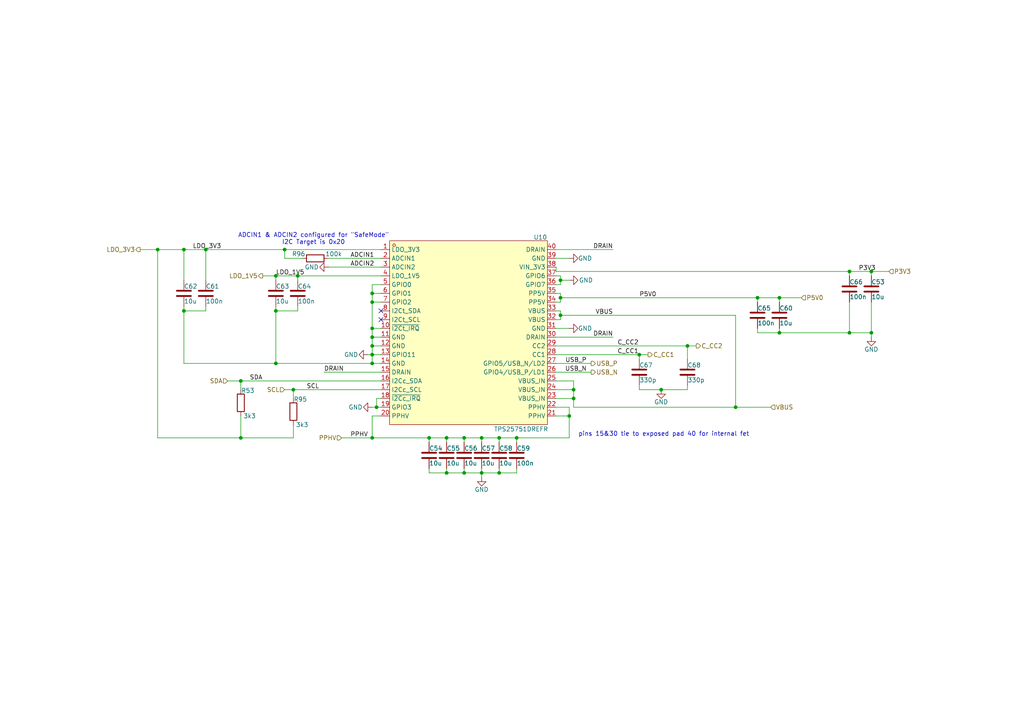
<source format=kicad_sch>
(kicad_sch (version 20250114) (generator "eeschema") (generator_version "9.0")
  (paper "A4")
  (lib_symbols
    (symbol "Device:C" (pin_numbers (hide yes)) (pin_names (offset 0.254))
      (property "Reference" "C" (at 0.635 2.54 0))
      (property "Value" "C" (at 0.635 -2.54 0))
      (symbol "C_0_1"
        (polyline (pts (xy -2.032 0.762) (xy 2.032 0.762)) (stroke (width 0.508)))
        (polyline (pts (xy -2.032 -0.762) (xy 2.032 -0.762)) (stroke (width 0.508)))
      )
      (symbol "C_1_1"
        (pin passive line (at 0 3.81 270) (length 2.794) (name "~") (number "1"))
        (pin passive line (at 0 -3.81 90) (length 2.794) (name "~") (number "2"))
      )
    )
    (symbol "Device:R" (pin_numbers (hide yes)) (pin_names (offset 0))
      (property "Reference" "R" (at 2.032 0 90))
      (property "Value" "R" (at 0 0 90))
      (symbol "R_0_1"
        (rectangle (start -1.016 -2.54) (end 1.016 2.54) (stroke (width 0.254)))
      )
      (symbol "R_1_1"
        (pin passive line (at 0 3.81 270) (length 1.27) (name "~") (number "1"))
        (pin passive line (at 0 -3.81 90) (length 1.27) (name "~") (number "2"))
      )
    )
    (symbol "TPS25751DREFR:TPS25751DREFR"
      (property "Reference" "U" (at 0 29.21 0))
      (property "Value" "TPS25751DREFR" (at 0 -29.21 0))
      (symbol "TPS25751DREFR_0_1"
        (rectangle (start -22.86 26.67) (end 22.86 -26.67) (fill (type background)))
        (circle (center -21.59 25.4) (radius 0.38))
        (pin unspecified line (at -25.4 24.13 0) (length 2.54) (name "LDO_3V3") (number "1"))
        (pin unspecified line (at -25.4 21.59 0) (length 2.54) (name "ADCIN1") (number "2"))
        (pin unspecified line (at -25.4 19.05 0) (length 2.54) (name "ADCIN2") (number "3"))
        (pin unspecified line (at -25.4 16.51 0) (length 2.54) (name "LDO_1V5") (number "4"))
        (pin unspecified line (at -25.4 13.97 0) (length 2.54) (name "GPIO0") (number "5"))
        (pin unspecified line (at -25.4 11.43 0) (length 2.54) (name "GPIO1") (number "6"))
        (pin unspecified line (at -25.4 8.89 0) (length 2.54) (name "GPIO2") (number "7"))
        (pin unspecified line (at -25.4 6.35 0) (length 2.54) (name "I2Ct_SDA") (number "8"))
        (pin unspecified line (at -25.4 3.81 0) (length 2.54) (name "I2Ct_SCL") (number "9"))
        (pin unspecified line (at -25.4 1.27 0) (length 2.54) (name "~{I2Ct_IRQ}") (number "10"))
        (pin unspecified line (at -25.4 -1.27 0) (length 2.54) (name "GND") (number "11"))
        (pin unspecified line (at -25.4 -3.81 0) (length 2.54) (name "GND") (number "12"))
        (pin unspecified line (at -25.4 -6.35 0) (length 2.54) (name "GPIO11") (number "13"))
        (pin unspecified line (at -25.4 -8.89 0) (length 2.54) (name "GND") (number "14"))
        (pin unspecified line (at -25.4 -11.43 0) (length 2.54) (name "DRAIN") (number "15"))
        (pin unspecified line (at -25.4 -13.97 0) (length 2.54) (name "I2Cc_SDA") (number "16"))
        (pin unspecified line (at -25.4 -16.51 0) (length 2.54) (name "I2Cc_SCL") (number "17"))
        (pin unspecified line (at -25.4 -19.05 0) (length 2.54) (name "~{I2Cc_IRQ}") (number "18"))
        (pin unspecified line (at -25.4 -21.59 0) (length 2.54) (name "GPIO3") (number "19"))
        (pin unspecified line (at 25.4 24.13 180) (length 2.54) (name "DRAIN") (number "40"))
        (pin unspecified line (at 25.4 21.59 180) (length 2.54) (name "GND") (number "39"))
        (pin unspecified line (at 25.4 19.05 180) (length 2.54) (name "VIN_3V3") (number "38"))
        (pin unspecified line (at 25.4 16.51 180) (length 2.54) (name "GPIO6") (number "37"))
        (pin unspecified line (at 25.4 13.97 180) (length 2.54) (name "GPIO7") (number "36"))
        (pin unspecified line (at 25.4 8.89 180) (length 2.54) (name "PP5V") (number "34"))
        (pin unspecified line (at 25.4 3.81 180) (length 2.54) (name "VBUS") (number "32"))
        (pin unspecified line (at 25.4 1.27 180) (length 2.54) (name "GND") (number "31"))
        (pin unspecified line (at 25.4 -1.27 180) (length 2.54) (name "DRAIN") (number "30"))
        (pin unspecified line (at 25.4 -3.81 180) (length 2.54) (name "CC2") (number "29"))
        (pin unspecified line (at 25.4 -6.35 180) (length 2.54) (name "CC1") (number "28"))
        (pin unspecified line (at 25.4 -8.89 180) (length 2.54) (name "GPIO5/USB_N/LD2") (number "27"))
        (pin unspecified line (at 25.4 -11.43 180) (length 2.54) (name "GPIO4/USB_P/LD1") (number "26"))
        (pin unspecified line (at 25.4 -24.13 180) (length 2.54) (name "PPHV") (number "21"))
      )
      (symbol "TPS25751DREFR_1_1"
        (pin unspecified line (at -25.4 -24.13 0) (length 2.54) (name "PPHV") (number "20"))
        (pin unspecified line (at 25.4 11.43 180) (length 2.54) (name "PP5V") (number "35"))
        (pin unspecified line (at 25.4 6.35 180) (length 2.54) (name "VBUS") (number "33"))
        (pin unspecified line (at 25.4 -13.97 180) (length 2.54) (name "VBUS_IN") (number "25"))
        (pin unspecified line (at 25.4 -16.51 180) (length 2.54) (name "VBUS_IN") (number "24"))
        (pin unspecified line (at 25.4 -19.05 180) (length 2.54) (name "VBUS_IN") (number "23"))
        (pin unspecified line (at 25.4 -21.59 180) (length 2.54) (name "PPHV") (number "22"))
      )
    )
    (symbol "power:GND" (power) (pin_numbers (hide yes)) (pin_names (offset 0) (hide yes))
      (property "Value" "GND" (at 0 -3.81 0))
      (symbol "GND_0_1"
        (polyline (pts (xy 0 0) (xy 0 -1.27) (xy 1.27 -1.27) (xy 0 -2.54) (xy -1.27 -1.27) (xy 0 -1.27)))
      )
      (symbol "GND_1_1"
        (pin power_in line (at 0 0 270) (length 0) (name "~") (number "1"))
      )
    )
  )
  (text "pins 15&30 tie to exposed pad 40 for internal fet" (at 192.532 125.984 0) (effects (font (size 1.27 1.27))))
  (text "ADCIN1 & ADCIN2 configured for \"SafeMode\"\nI2C Target is 0x20" (at 90.932 69.342 0) (effects (font (size 1.27 1.27))))
  (junction (at 166.37 113.03))
  (junction (at 185.42 102.87))
  (junction (at 199.39 100.33))
  (junction (at 109.22 118.11))
  (junction (at 53.34 90.17))
  (junction (at 165.1 120.65))
  (junction (at 144.78 137.16))
  (junction (at 86.36 80.01))
  (junction (at 129.54 137.16))
  (junction (at 85.09 113.03))
  (junction (at 246.38 96.52))
  (junction (at 45.72 72.39))
  (junction (at 252.73 78.74))
  (junction (at 107.95 97.79))
  (junction (at 139.7 137.16))
  (junction (at 246.38 78.74))
  (junction (at 107.95 87.63))
  (junction (at 80.01 105.41))
  (junction (at 139.7 127))
  (junction (at 82.55 72.39))
  (junction (at 213.36 118.11))
  (junction (at 162.56 91.44))
  (junction (at 80.01 90.17))
  (junction (at 191.77 113.03))
  (junction (at 162.56 86.36))
  (junction (at 69.85 110.49))
  (junction (at 252.73 96.52))
  (junction (at 80.01 80.01))
  (junction (at 149.86 127))
  (junction (at 107.95 105.41))
  (junction (at 134.62 137.16))
  (junction (at 129.54 127))
  (junction (at 107.95 100.33))
  (junction (at 124.46 127))
  (junction (at 107.95 95.25))
  (junction (at 134.62 127))
  (junction (at 162.56 81.28))
  (junction (at 107.95 127))
  (junction (at 59.69 72.39))
  (junction (at 107.95 85.09))
  (junction (at 144.78 127))
  (junction (at 107.95 102.87))
  (junction (at 166.37 115.57))
  (junction (at 226.06 96.52))
  (junction (at 219.71 86.36))
  (junction (at 226.06 86.36))
  (junction (at 53.34 72.39))
  (junction (at 69.85 127))
  (no_connect (at 110.49 90.17))
  (no_connect (at 110.49 92.71))
  (wire (pts (xy 165.1 120.65) (xy 165.1 118.11)))
  (wire (pts (xy 106.68 102.87) (xy 107.95 102.87)))
  (wire (pts (xy 59.69 88.9) (xy 59.69 90.17)))
  (wire (pts (xy 246.38 96.52) (xy 226.06 96.52)))
  (wire (pts (xy 110.49 87.63) (xy 107.95 87.63)))
  (wire (pts (xy 85.09 113.03) (xy 110.49 113.03)))
  (wire (pts (xy 149.86 135.89) (xy 149.86 137.16)))
  (wire (pts (xy 246.38 96.52) (xy 252.73 96.52)))
  (wire (pts (xy 161.29 95.25) (xy 165.1 95.25)))
  (wire (pts (xy 219.71 86.36) (xy 219.71 87.63)))
  (wire (pts (xy 219.71 95.25) (xy 219.71 96.52)))
  (wire (pts (xy 162.56 86.36) (xy 162.56 87.63)))
  (wire (pts (xy 161.29 82.55) (xy 162.56 82.55)))
  (wire (pts (xy 161.29 78.74) (xy 246.38 78.74)))
  (wire (pts (xy 99.06 127) (xy 107.95 127)))
  (wire (pts (xy 124.46 137.16) (xy 129.54 137.16)))
  (wire (pts (xy 134.62 135.89) (xy 134.62 137.16)))
  (wire (pts (xy 110.49 97.79) (xy 107.95 97.79)))
  (wire (pts (xy 134.62 127) (xy 139.7 127)))
  (wire (pts (xy 162.56 92.71) (xy 162.56 91.44)))
  (wire (pts (xy 107.95 100.33) (xy 110.49 100.33)))
  (wire (pts (xy 53.34 88.9) (xy 53.34 90.17)))
  (wire (pts (xy 149.86 137.16) (xy 144.78 137.16)))
  (wire (pts (xy 85.09 123.19) (xy 85.09 127)))
  (wire (pts (xy 110.49 115.57) (xy 109.22 115.57)))
  (wire (pts (xy 161.29 102.87) (xy 185.42 102.87)))
  (wire (pts (xy 191.77 113.03) (xy 199.39 113.03)))
  (wire (pts (xy 219.71 86.36) (xy 226.06 86.36)))
  (wire (pts (xy 107.95 85.09) (xy 107.95 82.55)))
  (wire (pts (xy 95.25 74.93) (xy 110.49 74.93)))
  (wire (pts (xy 129.54 135.89) (xy 129.54 137.16)))
  (wire (pts (xy 161.29 74.93) (xy 165.1 74.93)))
  (wire (pts (xy 129.54 127) (xy 134.62 127)))
  (wire (pts (xy 226.06 86.36) (xy 232.41 86.36)))
  (wire (pts (xy 213.36 118.11) (xy 223.52 118.11)))
  (wire (pts (xy 246.38 78.74) (xy 246.38 80.01)))
  (wire (pts (xy 82.55 113.03) (xy 85.09 113.03)))
  (wire (pts (xy 80.01 80.01) (xy 86.36 80.01)))
  (wire (pts (xy 82.55 72.39) (xy 110.49 72.39)))
  (wire (pts (xy 185.42 102.87) (xy 187.96 102.87)))
  (wire (pts (xy 107.95 102.87) (xy 110.49 102.87)))
  (wire (pts (xy 124.46 127) (xy 129.54 127)))
  (wire (pts (xy 53.34 105.41) (xy 80.01 105.41)))
  (wire (pts (xy 185.42 111.76) (xy 185.42 113.03)))
  (wire (pts (xy 185.42 102.87) (xy 185.42 104.14)))
  (wire (pts (xy 53.34 90.17) (xy 53.34 105.41)))
  (wire (pts (xy 59.69 72.39) (xy 82.55 72.39)))
  (wire (pts (xy 80.01 90.17) (xy 80.01 105.41)))
  (wire (pts (xy 149.86 127) (xy 165.1 127)))
  (wire (pts (xy 246.38 87.63) (xy 246.38 96.52)))
  (wire (pts (xy 252.73 87.63) (xy 252.73 96.52)))
  (wire (pts (xy 124.46 127) (xy 124.46 128.27)))
  (wire (pts (xy 144.78 127) (xy 144.78 128.27)))
  (wire (pts (xy 162.56 80.01) (xy 162.56 81.28)))
  (wire (pts (xy 107.95 82.55) (xy 110.49 82.55)))
  (wire (pts (xy 86.36 88.9) (xy 86.36 90.17)))
  (wire (pts (xy 162.56 81.28) (xy 165.1 81.28)))
  (wire (pts (xy 246.38 78.74) (xy 252.73 78.74)))
  (wire (pts (xy 226.06 86.36) (xy 226.06 87.63)))
  (wire (pts (xy 40.64 72.39) (xy 45.72 72.39)))
  (wire (pts (xy 161.29 107.95) (xy 171.45 107.95)))
  (wire (pts (xy 110.49 85.09) (xy 107.95 85.09)))
  (wire (pts (xy 134.62 127) (xy 134.62 128.27)))
  (wire (pts (xy 45.72 127) (xy 45.72 72.39)))
  (wire (pts (xy 107.95 105.41) (xy 107.95 102.87)))
  (wire (pts (xy 161.29 87.63) (xy 162.56 87.63)))
  (wire (pts (xy 129.54 137.16) (xy 134.62 137.16)))
  (wire (pts (xy 66.04 110.49) (xy 69.85 110.49)))
  (wire (pts (xy 162.56 85.09) (xy 162.56 86.36)))
  (wire (pts (xy 45.72 72.39) (xy 53.34 72.39)))
  (wire (pts (xy 252.73 97.79) (xy 252.73 96.52)))
  (wire (pts (xy 199.39 100.33) (xy 201.93 100.33)))
  (wire (pts (xy 139.7 127) (xy 144.78 127)))
  (wire (pts (xy 69.85 127) (xy 45.72 127)))
  (wire (pts (xy 161.29 120.65) (xy 165.1 120.65)))
  (wire (pts (xy 199.39 111.76) (xy 199.39 113.03)))
  (wire (pts (xy 166.37 110.49) (xy 166.37 113.03)))
  (wire (pts (xy 80.01 81.28) (xy 80.01 80.01)))
  (wire (pts (xy 124.46 135.89) (xy 124.46 137.16)))
  (wire (pts (xy 162.56 81.28) (xy 162.56 82.55)))
  (wire (pts (xy 129.54 127) (xy 129.54 128.27)))
  (wire (pts (xy 161.29 72.39) (xy 177.8 72.39)))
  (wire (pts (xy 110.49 107.95) (xy 93.98 107.95)))
  (wire (pts (xy 107.95 97.79) (xy 107.95 100.33)))
  (wire (pts (xy 80.01 105.41) (xy 107.95 105.41)))
  (wire (pts (xy 107.95 87.63) (xy 107.95 95.25)))
  (wire (pts (xy 161.29 90.17) (xy 162.56 90.17)))
  (wire (pts (xy 139.7 137.16) (xy 139.7 135.89)))
  (wire (pts (xy 107.95 87.63) (xy 107.95 85.09)))
  (wire (pts (xy 109.22 115.57) (xy 109.22 118.11)))
  (wire (pts (xy 110.49 105.41) (xy 107.95 105.41)))
  (wire (pts (xy 166.37 118.11) (xy 213.36 118.11)))
  (wire (pts (xy 161.29 97.79) (xy 177.8 97.79)))
  (wire (pts (xy 165.1 127) (xy 165.1 120.65)))
  (wire (pts (xy 144.78 137.16) (xy 139.7 137.16)))
  (wire (pts (xy 110.49 120.65) (xy 107.95 120.65)))
  (wire (pts (xy 76.2 80.01) (xy 80.01 80.01)))
  (wire (pts (xy 85.09 127) (xy 69.85 127)))
  (wire (pts (xy 144.78 127) (xy 149.86 127)))
  (wire (pts (xy 226.06 95.25) (xy 226.06 96.52)))
  (wire (pts (xy 149.86 127) (xy 149.86 128.27)))
  (wire (pts (xy 107.95 95.25) (xy 107.95 97.79)))
  (wire (pts (xy 86.36 81.28) (xy 86.36 80.01)))
  (wire (pts (xy 134.62 137.16) (xy 139.7 137.16)))
  (wire (pts (xy 161.29 85.09) (xy 162.56 85.09)))
  (wire (pts (xy 161.29 110.49) (xy 166.37 110.49)))
  (wire (pts (xy 252.73 78.74) (xy 252.73 80.01)))
  (wire (pts (xy 162.56 91.44) (xy 213.36 91.44)))
  (wire (pts (xy 139.7 137.16) (xy 139.7 138.43)))
  (wire (pts (xy 161.29 78.74) (xy 161.29 77.47)))
  (wire (pts (xy 85.09 113.03) (xy 85.09 115.57)))
  (wire (pts (xy 69.85 110.49) (xy 69.85 113.03)))
  (wire (pts (xy 144.78 135.89) (xy 144.78 137.16)))
  (wire (pts (xy 82.55 74.93) (xy 82.55 72.39)))
  (wire (pts (xy 161.29 100.33) (xy 199.39 100.33)))
  (wire (pts (xy 69.85 110.49) (xy 110.49 110.49)))
  (wire (pts (xy 185.42 113.03) (xy 191.77 113.03)))
  (wire (pts (xy 162.56 91.44) (xy 162.56 90.17)))
  (wire (pts (xy 80.01 88.9) (xy 80.01 90.17)))
  (wire (pts (xy 87.63 74.93) (xy 82.55 74.93)))
  (wire (pts (xy 110.49 95.25) (xy 107.95 95.25)))
  (wire (pts (xy 107.95 120.65) (xy 107.95 127)))
  (wire (pts (xy 59.69 81.28) (xy 59.69 72.39)))
  (wire (pts (xy 161.29 92.71) (xy 162.56 92.71)))
  (wire (pts (xy 107.95 118.11) (xy 109.22 118.11)))
  (wire (pts (xy 107.95 100.33) (xy 107.95 102.87)))
  (wire (pts (xy 161.29 80.01) (xy 162.56 80.01)))
  (wire (pts (xy 219.71 96.52) (xy 226.06 96.52)))
  (wire (pts (xy 53.34 90.17) (xy 59.69 90.17)))
  (wire (pts (xy 166.37 118.11) (xy 166.37 115.57)))
  (wire (pts (xy 86.36 80.01) (xy 110.49 80.01)))
  (wire (pts (xy 252.73 78.74) (xy 257.81 78.74)))
  (wire (pts (xy 53.34 72.39) (xy 59.69 72.39)))
  (wire (pts (xy 69.85 127) (xy 69.85 120.65)))
  (wire (pts (xy 107.95 127) (xy 124.46 127)))
  (wire (pts (xy 161.29 118.11) (xy 165.1 118.11)))
  (wire (pts (xy 95.25 77.47) (xy 110.49 77.47)))
  (wire (pts (xy 162.56 86.36) (xy 219.71 86.36)))
  (wire (pts (xy 53.34 81.28) (xy 53.34 72.39)))
  (wire (pts (xy 161.29 115.57) (xy 166.37 115.57)))
  (wire (pts (xy 199.39 104.14) (xy 199.39 100.33)))
  (wire (pts (xy 161.29 105.41) (xy 171.45 105.41)))
  (wire (pts (xy 86.36 90.17) (xy 80.01 90.17)))
  (wire (pts (xy 139.7 127) (xy 139.7 128.27)))
  (wire (pts (xy 161.29 113.03) (xy 166.37 113.03)))
  (wire (pts (xy 109.22 118.11) (xy 110.49 118.11)))
  (wire (pts (xy 213.36 91.44) (xy 213.36 118.11)))
  (wire (pts (xy 166.37 113.03) (xy 166.37 115.57)))
  (label "ADCIN1" (at 101.6 74.93 0))
  (label "P5V0" (at 185.42 86.36 0))
  (label "LDO_3V3" (at 55.88 72.39 0))
  (label "DRAIN" (at 177.8 97.79 180))
  (label "P3V3" (at 254 78.74 180))
  (label "ADCIN2" (at 101.6 77.47 0))
  (label "SCL" (at 88.9 113.03 0))
  (label "USB_N" (at 170.18 107.95 180))
  (label "USB_P" (at 170.18 105.41 180))
  (label "C_CC1" (at 179.07 102.87 0))
  (label "DRAIN" (at 177.8 72.39 180))
  (label "DRAIN" (at 93.98 107.95 0))
  (label "LDO_1V5" (at 80.01 80.01 0))
  (label "PPHV" (at 101.6 127 0))
  (label "C_CC2" (at 179.07 100.33 0))
  (label "SDA" (at 72.39 110.49 0))
  (label "VBUS" (at 177.8 91.44 180))
  (hierarchical_label "P3V3" (shape input) (at 257.81 78.74 0))
  (hierarchical_label "LDO_1V5" (shape output) (at 76.2 80.01 180))
  (hierarchical_label "C_CC2" (shape output) (at 201.93 100.33 0))
  (hierarchical_label "LDO_3V3" (shape output) (at 40.64 72.39 180))
  (hierarchical_label "P5V0" (shape input) (at 232.41 86.36 0))
  (hierarchical_label "VBUS" (shape input) (at 223.52 118.11 0))
  (hierarchical_label "SDA" (shape input) (at 66.04 110.49 180))
  (hierarchical_label "SCL" (shape input) (at 82.55 113.03 180))
  (hierarchical_label "C_CC1" (shape output) (at 187.96 102.87 0))
  (hierarchical_label "USB_P" (shape output) (at 171.45 105.41 0))
  (hierarchical_label "PPHV" (shape input) (at 99.06 127 180))
  (hierarchical_label "USB_N" (shape output) (at 171.45 107.95 0))
  (symbol (lib_id "power:GND") (at 165.1 81.28 90) (unit 1)
    (property "Reference" "#PWR036" (effects (hide yes)))
    (property "Value" "GND" (at 167.894 81.28 90) (effects (justify right)))
    (property "Description" "Power symbol creates a global label with name \"GND\" , ground" (effects (hide yes)))
  )
  (symbol (lib_id "Device:C") (at 134.62 132.08 0) (unit 1)
    (property "Reference" "C56" (at 134.62 130.048 0) (effects (justify left)))
    (property "Value" "10u" (at 134.62 134.366 0) (effects (justify left)))
    (property "Description" "Unpolarized capacitor" (effects (hide yes)))
  )
  (symbol (lib_id "power:GND") (at 165.1 95.25 90) (unit 1)
    (property "Reference" "#PWR038" (effects (hide yes)))
    (property "Value" "GND" (at 167.64 95.25 90) (effects (justify right)))
    (property "Description" "Power symbol creates a global label with name \"GND\" , ground" (effects (hide yes)))
  )
  (symbol (lib_id "Device:C") (at 59.69 85.09 0) (unit 1)
    (property "Reference" "C61" (at 59.69 83.058 0) (effects (justify left)))
    (property "Value" "100n" (at 59.69 87.376 0) (effects (justify left)))
    (property "Description" "Unpolarized capacitor" (effects (hide yes)))
  )
  (symbol (lib_id "Device:C") (at 129.54 132.08 0) (unit 1)
    (property "Reference" "C55" (at 129.54 130.048 0) (effects (justify left)))
    (property "Value" "10u" (at 129.54 134.366 0) (effects (justify left)))
    (property "Description" "Unpolarized capacitor" (effects (hide yes)))
  )
  (symbol (lib_id "Device:C") (at 226.06 91.44 0) (unit 1)
    (property "Reference" "C60" (at 226.06 89.408 0) (effects (justify left)))
    (property "Value" "10u" (at 226.06 93.726 0) (effects (justify left)))
    (property "Description" "Unpolarized capacitor" (effects (hide yes)))
  )
  (symbol (lib_id "power:GND") (at 165.1 74.93 90) (unit 1)
    (property "Reference" "#PWR039" (effects (hide yes)))
    (property "Value" "GND" (at 167.64 74.93 90) (effects (justify right)))
    (property "Description" "Power symbol creates a global label with name \"GND\" , ground" (effects (hide yes)))
  )
  (symbol (lib_id "Device:C") (at 199.39 107.95 0) (unit 1)
    (property "Reference" "C68" (at 199.39 105.918 0) (effects (justify left)))
    (property "Value" "330p" (at 199.39 110.236 0) (effects (justify left)))
    (property "Description" "Unpolarized capacitor" (effects (hide yes)))
  )
  (symbol (lib_id "Device:R") (at 85.09 119.38 0) (mirror y) (unit 1)
    (property "Reference" "R95" (at 87.122 115.824 0))
    (property "Value" "3k3" (at 87.63 123.19 0))
    (property "Description" "Resistor" (effects (hide yes)))
  )
  (symbol (lib_id "power:GND") (at 106.68 102.87 270) (unit 1)
    (property "Reference" "#PWR037" (effects (hide yes)))
    (property "Value" "GND" (at 103.886 102.87 90) (effects (justify right)))
    (property "Description" "Power symbol creates a global label with name \"GND\" , ground" (effects (hide yes)))
  )
  (symbol (lib_id "power:GND") (at 95.25 77.47 270) (unit 1)
    (property "Reference" "#PWR035" (effects (hide yes)))
    (property "Value" "GND" (at 92.456 77.47 90) (effects (justify right)))
    (property "Description" "Power symbol creates a global label with name \"GND\" , ground" (effects (hide yes)))
  )
  (symbol (lib_id "power:GND") (at 107.95 118.11 270) (unit 1)
    (property "Reference" "#PWR043" (effects (hide yes)))
    (property "Value" "GND" (at 105.156 118.11 90) (effects (justify right)))
    (property "Description" "Power symbol creates a global label with name \"GND\" , ground" (effects (hide yes)))
  )
  (symbol (lib_id "Device:C") (at 144.78 132.08 0) (unit 1)
    (property "Reference" "C58" (at 144.78 130.048 0) (effects (justify left)))
    (property "Value" "10u" (at 144.78 134.366 0) (effects (justify left)))
    (property "Description" "Unpolarized capacitor" (effects (hide yes)))
  )
  (symbol (lib_id "Device:R") (at 91.44 74.93 90) (unit 1)
    (property "Reference" "R96" (at 86.614 73.66 90))
    (property "Value" "100k" (at 96.774 73.66 90))
    (property "Description" "Resistor" (effects (hide yes)))
  )
  (symbol (lib_id "Device:C") (at 185.42 107.95 0) (unit 1)
    (property "Reference" "C67" (at 185.42 105.918 0) (effects (justify left)))
    (property "Value" "330p" (at 185.42 110.236 0) (effects (justify left)))
    (property "Description" "Unpolarized capacitor" (effects (hide yes)))
  )
  (symbol (lib_id "Device:C") (at 124.46 132.08 0) (unit 1)
    (property "Reference" "C54" (at 124.46 130.048 0) (effects (justify left)))
    (property "Value" "10u" (at 124.46 134.366 0) (effects (justify left)))
    (property "Description" "Unpolarized capacitor" (effects (hide yes)))
  )
  (symbol (lib_id "Device:C") (at 53.34 85.09 0) (unit 1)
    (property "Reference" "C62" (at 53.34 83.058 0) (effects (justify left)))
    (property "Value" "10u" (at 53.34 87.376 0) (effects (justify left)))
    (property "Description" "Unpolarized capacitor" (effects (hide yes)))
  )
  (symbol (lib_id "Device:C") (at 219.71 91.44 0) (unit 1)
    (property "Reference" "C65" (at 219.71 89.408 0) (effects (justify left)))
    (property "Value" "100n" (at 219.71 93.726 0) (effects (justify left)))
    (property "Description" "Unpolarized capacitor" (effects (hide yes)))
  )
  (symbol (lib_id "Device:R") (at 69.85 116.84 0) (mirror y) (unit 1)
    (property "Reference" "R53" (at 71.882 113.284 0))
    (property "Value" "3k3" (at 72.39 120.65 0))
    (property "Description" "Resistor" (effects (hide yes)))
  )
  (symbol (lib_id "Device:C") (at 139.7 132.08 0) (unit 1)
    (property "Reference" "C57" (at 139.7 130.048 0) (effects (justify left)))
    (property "Value" "10u" (at 139.7 134.366 0) (effects (justify left)))
    (property "Description" "Unpolarized capacitor" (effects (hide yes)))
  )
  (symbol (lib_id "power:GND") (at 139.7 138.43 0) (unit 1)
    (property "Reference" "#PWR041" (effects (hide yes)))
    (property "Value" "GND" (at 141.732 141.986 0) (effects (justify right)))
    (property "Description" "Power symbol creates a global label with name \"GND\" , ground" (effects (hide yes)))
  )
  (symbol (lib_id "Device:C") (at 252.73 83.82 0) (unit 1)
    (property "Reference" "C53" (at 252.73 81.788 0) (effects (justify left)))
    (property "Value" "10u" (at 252.73 86.106 0) (effects (justify left)))
    (property "Description" "Unpolarized capacitor" (effects (hide yes)))
  )
  (symbol (lib_id "Device:C") (at 246.38 83.82 0) (unit 1)
    (property "Reference" "C66" (at 246.38 81.788 0) (effects (justify left)))
    (property "Value" "100n" (at 246.38 86.106 0) (effects (justify left)))
    (property "Description" "Unpolarized capacitor" (effects (hide yes)))
  )
  (symbol (lib_id "Device:C") (at 149.86 132.08 0) (unit 1)
    (property "Reference" "C59" (at 149.86 130.048 0) (effects (justify left)))
    (property "Value" "100n" (at 149.86 134.366 0) (effects (justify left)))
    (property "Description" "Unpolarized capacitor" (effects (hide yes)))
  )
  (symbol (lib_id "TPS25751DREFR:TPS25751DREFR") (at 135.89 96.52 0) (unit 1)
    (property "Reference" "U10" (at 156.718 68.834 0))
    (property "Value" "TPS25751DREFR" (at 151.13 124.46 0))
    (property "Footprint" "easyeda2kicad:QFN-38_L6.0-W4.0-P0.40-TL-EP_TI_REF0038A" (effects (hide yes)))
    (property "LCSC Part" "C30169739" (effects (hide yes)))
  )
  (symbol (lib_id "Device:C") (at 86.36 85.09 0) (unit 1)
    (property "Reference" "C64" (at 86.36 83.058 0) (effects (justify left)))
    (property "Value" "100n" (at 86.36 87.376 0) (effects (justify left)))
    (property "Description" "Unpolarized capacitor" (effects (hide yes)))
  )
  (symbol (lib_id "power:GND") (at 191.77 113.03 0) (unit 1)
    (property "Reference" "#PWR040" (effects (hide yes)))
    (property "Value" "GND" (at 193.802 116.586 0) (effects (justify right)))
    (property "Description" "Power symbol creates a global label with name \"GND\" , ground" (effects (hide yes)))
  )
  (symbol (lib_id "power:GND") (at 252.73 97.79 0) (unit 1)
    (property "Reference" "#PWR042" (effects (hide yes)))
    (property "Value" "GND" (at 254.762 101.346 0) (effects (justify right)))
    (property "Description" "Power symbol creates a global label with name \"GND\" , ground" (effects (hide yes)))
  )
  (symbol (lib_id "Device:C") (at 80.01 85.09 0) (unit 1)
    (property "Reference" "C63" (at 80.01 83.058 0) (effects (justify left)))
    (property "Value" "10u" (at 80.01 87.376 0) (effects (justify left)))
    (property "Description" "Unpolarized capacitor" (effects (hide yes)))
  )
)
</source>
